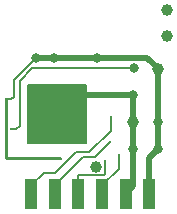
<source format=gbl>
G04 #@! TF.GenerationSoftware,KiCad,Pcbnew,8.0.1-8.0.1-1~ubuntu22.04.1*
G04 #@! TF.CreationDate,2024-05-09T18:35:13+02:00*
G04 #@! TF.ProjectId,FCK_SM-028_V1.3,46434b5f-534d-42d3-9032-385f56312e33,rev?*
G04 #@! TF.SameCoordinates,Original*
G04 #@! TF.FileFunction,Copper,L2,Bot*
G04 #@! TF.FilePolarity,Positive*
%FSLAX46Y46*%
G04 Gerber Fmt 4.6, Leading zero omitted, Abs format (unit mm)*
G04 Created by KiCad (PCBNEW 8.0.1-8.0.1-1~ubuntu22.04.1) date 2024-05-09 18:35:13*
%MOMM*%
%LPD*%
G01*
G04 APERTURE LIST*
G04 #@! TA.AperFunction,Conductor*
%ADD10C,0.200000*%
G04 #@! TD*
G04 #@! TA.AperFunction,SMDPad,CuDef*
%ADD11R,1.000000X2.500000*%
G04 #@! TD*
G04 #@! TA.AperFunction,SMDPad,CuDef*
%ADD12C,1.000000*%
G04 #@! TD*
G04 #@! TA.AperFunction,ViaPad*
%ADD13C,0.250000*%
G04 #@! TD*
G04 #@! TA.AperFunction,ViaPad*
%ADD14C,0.800000*%
G04 #@! TD*
G04 #@! TA.AperFunction,Conductor*
%ADD15C,0.500000*%
G04 #@! TD*
G04 #@! TA.AperFunction,Conductor*
%ADD16C,0.250000*%
G04 #@! TD*
G04 APERTURE END LIST*
D10*
X132110000Y-90790000D02*
X137010000Y-90790000D01*
X137010000Y-95690000D01*
X132110000Y-95690000D01*
X132110000Y-90790000D01*
G04 #@! TA.AperFunction,Conductor*
G36*
X132110000Y-90790000D02*
G01*
X137010000Y-90790000D01*
X137010000Y-95690000D01*
X132110000Y-95690000D01*
X132110000Y-90790000D01*
G37*
G04 #@! TD.AperFunction*
D11*
X138400000Y-100050000D03*
D12*
X143910000Y-84490000D03*
D11*
X136400000Y-100050000D03*
D12*
X137880000Y-97760000D03*
D11*
X132400000Y-100050000D03*
D12*
X143940000Y-86680000D03*
X143130000Y-89450000D03*
X141052500Y-93940000D03*
D11*
X140400000Y-100050000D03*
X142400000Y-100050000D03*
X134400000Y-100050000D03*
D13*
X134900000Y-97100000D03*
X135500000Y-95280000D03*
X134600000Y-94280000D03*
X132700000Y-92380000D03*
X133600000Y-92380000D03*
X135500000Y-92380000D03*
X137900000Y-97810000D03*
X133600000Y-94280000D03*
X134600000Y-95280000D03*
X132700000Y-94280000D03*
X136400000Y-92380000D03*
X135500000Y-93280000D03*
X136400000Y-93280000D03*
X133600000Y-95280000D03*
X133600000Y-91380000D03*
X134600000Y-92380000D03*
X132700000Y-93280000D03*
X133600000Y-93280000D03*
X134600000Y-91380000D03*
X135500000Y-91380000D03*
X135500000Y-94280000D03*
X136400000Y-94280000D03*
D14*
X141052500Y-91650000D03*
D13*
X134600000Y-93280000D03*
X134600000Y-93280000D03*
D14*
X141052500Y-93940000D03*
X141052500Y-96240000D03*
D13*
X134600000Y-93280000D03*
X130700000Y-94530000D03*
D14*
X141120000Y-89410000D03*
D13*
X130250000Y-92030000D03*
D14*
X143120000Y-89410000D03*
X134350000Y-88490000D03*
X132840000Y-88490000D03*
X138020000Y-88490000D03*
X143127500Y-93940000D03*
X143127500Y-96240000D03*
X143910000Y-84490000D03*
X143940000Y-86680000D03*
D13*
X138640000Y-97240000D03*
X139040000Y-95660000D03*
X139160000Y-93500000D03*
X139820000Y-96760000D03*
D15*
X141052500Y-93940000D02*
X141052500Y-91650000D01*
X141052500Y-91650000D02*
X136500000Y-91650000D01*
X141052500Y-96240000D02*
X141052500Y-93940000D01*
X141052500Y-99397500D02*
X140400000Y-100050000D01*
X141052500Y-96240000D02*
X141052500Y-99397500D01*
D10*
X131150000Y-94530000D02*
X130750000Y-94530000D01*
X131432503Y-90462503D02*
X131432503Y-94247497D01*
X132485006Y-89410000D02*
X131432503Y-90462503D01*
X131432503Y-94247497D02*
X131150000Y-94530000D01*
X141120000Y-89410000D02*
X132485006Y-89410000D01*
D16*
X130250000Y-96520000D02*
X130250000Y-92030000D01*
X134822000Y-96976000D02*
X134874000Y-97028000D01*
D15*
X134350000Y-88490000D02*
X132840000Y-88490000D01*
D16*
X130250000Y-96650000D02*
X130250000Y-96520000D01*
D15*
X138020000Y-88490000D02*
X134350000Y-88490000D01*
D16*
X130250000Y-96976000D02*
X134822000Y-96976000D01*
D10*
X130920000Y-90410000D02*
X130920000Y-91830000D01*
D16*
X130250000Y-96520000D02*
X130250000Y-96976000D01*
D15*
X142400000Y-96967500D02*
X143127500Y-96240000D01*
D10*
X130920000Y-91830000D02*
X130720000Y-92030000D01*
X130720000Y-92030000D02*
X130250000Y-92030000D01*
D15*
X143120000Y-89410000D02*
X142200000Y-88490000D01*
X143127500Y-93940000D02*
X143127500Y-89417500D01*
D10*
X132840000Y-88490000D02*
X130920000Y-90410000D01*
D15*
X143127500Y-96240000D02*
X143127500Y-93940000D01*
X142200000Y-88490000D02*
X138020000Y-88490000D01*
X142400000Y-100050000D02*
X142400000Y-96967500D01*
X143127500Y-89417500D02*
X143120000Y-89410000D01*
D10*
X136400000Y-98420000D02*
X138540000Y-98420000D01*
X136400000Y-100050000D02*
X136400000Y-98420000D01*
X138640000Y-98320000D02*
X138640000Y-97240000D01*
X138540000Y-98420000D02*
X138610000Y-98350000D01*
X138610000Y-98350000D02*
X138640000Y-98320000D01*
X136810480Y-96889520D02*
X137810480Y-96889520D01*
X134400000Y-100050000D02*
X134400000Y-99300000D01*
X137810480Y-96889520D02*
X139040000Y-95660000D01*
X134400000Y-99300000D02*
X136810480Y-96889520D01*
X139160000Y-94670000D02*
X139160000Y-93500000D01*
X132400000Y-99300000D02*
X133450000Y-98250000D01*
X137340000Y-96490000D02*
X139160000Y-94670000D01*
X137340000Y-96490000D02*
X136190000Y-96490000D01*
X136190000Y-96490000D02*
X134430000Y-98250000D01*
X133450000Y-98250000D02*
X134430000Y-98250000D01*
X132400000Y-100050000D02*
X132400000Y-99300000D01*
X139810000Y-96770000D02*
X139820000Y-96760000D01*
X138400000Y-100050000D02*
X138400000Y-99300000D01*
X138400000Y-99300000D02*
X139810000Y-97890000D01*
X139810000Y-97890000D02*
X139810000Y-96770000D01*
M02*

</source>
